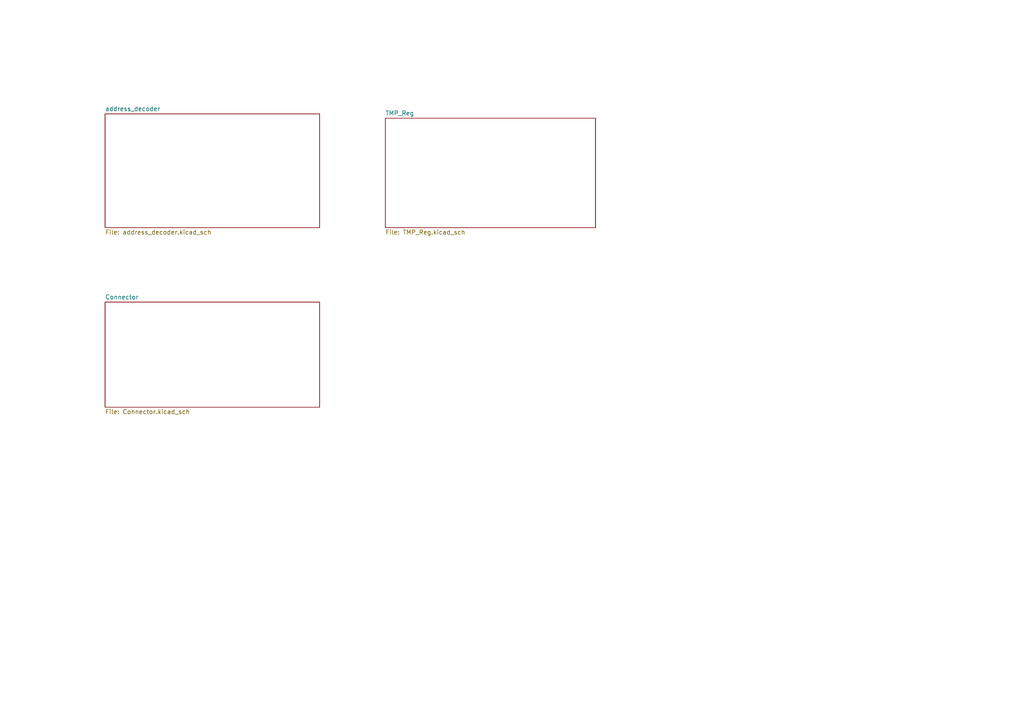
<source format=kicad_sch>
(kicad_sch (version 20211123) (generator eeschema)
  (paper "A4")
  (lib_symbols)
  (sheet (at 30.48 33.02) (size 62.23 33.02) (stroke (width 0.1524))
    (property "Sheet name" "address_decoder" (at 30.48 32.3084 0) (effects (justify left bottom)))
    (property "Sheet file" "address_decoder.kicad_sch" (at 30.48 66.6246 0) (effects (justify left top)))
  )
  (sheet (at 30.48 87.63) (size 62.23 30.48) (stroke (width 0.1524))
    (property "Sheet name" "Connector" (at 30.48 86.9184 0) (effects (justify left bottom)))
    (property "Sheet file" "Connector.kicad_sch" (at 30.48 118.6946 0) (effects (justify left top)))
  )
  (sheet (at 111.76 34.29) (size 60.96 31.75) (stroke (width 0.1524))
    (property "Sheet name" "TMP_Reg" (at 111.76 33.5784 0) (effects (justify left bottom)))
    (property "Sheet file" "TMP_Reg.kicad_sch" (at 111.76 66.6246 0) (effects (justify left top)))
  )
)
</source>
